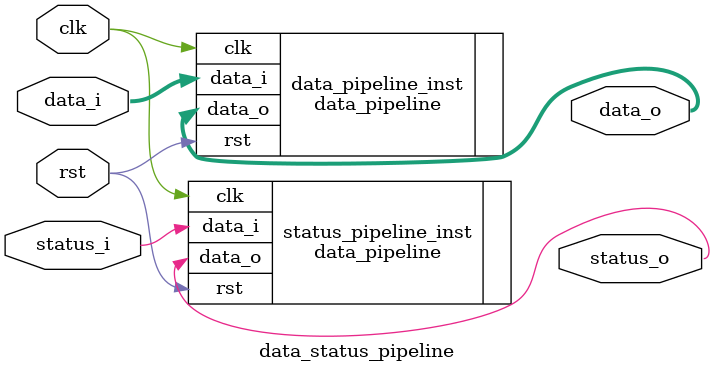
<source format=sv>
module data_status_pipeline #(
    parameter int DATA_W     = 32,
    parameter int STATUS_W   = 1,
    parameter int PIPE_DEPTH = 1
) (
    input logic clk,
    input logic rst,
    input logic [DATA_W-1:0] data_i,
    input logic [STATUS_W-1:0] status_i,
    output logic [DATA_W-1:0] data_o,
    output logic [STATUS_W-1:0] status_o
);

  data_pipeline #(
      .DATA_W    (DATA_W),
      .PIPE_DEPTH(PIPE_DEPTH),
      .RST_EN    (0)
  ) data_pipeline_inst (
      .clk   (clk),
      .rst   (rst),
      .data_i(data_i),
      .data_o(data_o)
  );

  data_pipeline #(
      .DATA_W    (STATUS_W),
      .PIPE_DEPTH(PIPE_DEPTH),
      .RST_EN    (1)
  ) status_pipeline_inst (
      .clk   (clk),
      .rst   (rst),
      .data_i(status_i),
      .data_o(status_o)
  );

endmodule


</source>
